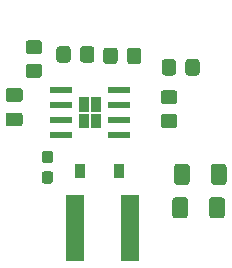
<source format=gbr>
%TF.GenerationSoftware,KiCad,Pcbnew,(5.1.8)-1*%
%TF.CreationDate,2021-05-10T11:21:08+03:00*%
%TF.ProjectId,PWR_SUB_SYS_PCB,5057525f-5355-4425-9f53-59535f504342,rev?*%
%TF.SameCoordinates,Original*%
%TF.FileFunction,Paste,Bot*%
%TF.FilePolarity,Positive*%
%FSLAX46Y46*%
G04 Gerber Fmt 4.6, Leading zero omitted, Abs format (unit mm)*
G04 Created by KiCad (PCBNEW (5.1.8)-1) date 2021-05-10 11:21:08*
%MOMM*%
%LPD*%
G01*
G04 APERTURE LIST*
%ADD10C,0.010000*%
%ADD11R,0.900000X1.200000*%
%ADD12R,1.600000X5.700000*%
%ADD13R,1.970000X0.600000*%
G04 APERTURE END LIST*
D10*
%TO.C,U4*%
G36*
X217419500Y-116690200D02*
G01*
X218189500Y-116690200D01*
X218189500Y-115570200D01*
X217419500Y-115570200D01*
X217419500Y-116690200D01*
G37*
X217419500Y-116690200D02*
X218189500Y-116690200D01*
X218189500Y-115570200D01*
X217419500Y-115570200D01*
X217419500Y-116690200D01*
G36*
X216399500Y-116690200D02*
G01*
X217169500Y-116690200D01*
X217169500Y-115570200D01*
X216399500Y-115570200D01*
X216399500Y-116690200D01*
G37*
X216399500Y-116690200D02*
X217169500Y-116690200D01*
X217169500Y-115570200D01*
X216399500Y-115570200D01*
X216399500Y-116690200D01*
G36*
X217419500Y-118060200D02*
G01*
X218189500Y-118060200D01*
X218189500Y-116940200D01*
X217419500Y-116940200D01*
X217419500Y-118060200D01*
G37*
X217419500Y-118060200D02*
X218189500Y-118060200D01*
X218189500Y-116940200D01*
X217419500Y-116940200D01*
X217419500Y-118060200D01*
G36*
X216399500Y-118060200D02*
G01*
X217169500Y-118060200D01*
X217169500Y-116940200D01*
X216399500Y-116940200D01*
X216399500Y-118060200D01*
G37*
X216399500Y-118060200D02*
X217169500Y-118060200D01*
X217169500Y-116940200D01*
X216399500Y-116940200D01*
X216399500Y-118060200D01*
%TD*%
%TO.C,C17*%
G36*
G01*
X211368700Y-118025000D02*
X210418700Y-118025000D01*
G75*
G02*
X210168700Y-117775000I0J250000D01*
G01*
X210168700Y-117100000D01*
G75*
G02*
X210418700Y-116850000I250000J0D01*
G01*
X211368700Y-116850000D01*
G75*
G02*
X211618700Y-117100000I0J-250000D01*
G01*
X211618700Y-117775000D01*
G75*
G02*
X211368700Y-118025000I-250000J0D01*
G01*
G37*
G36*
G01*
X211368700Y-115950000D02*
X210418700Y-115950000D01*
G75*
G02*
X210168700Y-115700000I0J250000D01*
G01*
X210168700Y-115025000D01*
G75*
G02*
X210418700Y-114775000I250000J0D01*
G01*
X211368700Y-114775000D01*
G75*
G02*
X211618700Y-115025000I0J-250000D01*
G01*
X211618700Y-115700000D01*
G75*
G02*
X211368700Y-115950000I-250000J0D01*
G01*
G37*
%TD*%
%TO.C,C18*%
G36*
G01*
X213475600Y-121801100D02*
X213950600Y-121801100D01*
G75*
G02*
X214188100Y-122038600I0J-237500D01*
G01*
X214188100Y-122638600D01*
G75*
G02*
X213950600Y-122876100I-237500J0D01*
G01*
X213475600Y-122876100D01*
G75*
G02*
X213238100Y-122638600I0J237500D01*
G01*
X213238100Y-122038600D01*
G75*
G02*
X213475600Y-121801100I237500J0D01*
G01*
G37*
G36*
G01*
X213475600Y-120076100D02*
X213950600Y-120076100D01*
G75*
G02*
X214188100Y-120313600I0J-237500D01*
G01*
X214188100Y-120913600D01*
G75*
G02*
X213950600Y-121151100I-237500J0D01*
G01*
X213475600Y-121151100D01*
G75*
G02*
X213238100Y-120913600I0J237500D01*
G01*
X213238100Y-120313600D01*
G75*
G02*
X213475600Y-120076100I237500J0D01*
G01*
G37*
%TD*%
%TO.C,C19*%
G36*
G01*
X224277400Y-125567801D02*
X224277400Y-124267799D01*
G75*
G02*
X224527399Y-124017800I249999J0D01*
G01*
X225352401Y-124017800D01*
G75*
G02*
X225602400Y-124267799I0J-249999D01*
G01*
X225602400Y-125567801D01*
G75*
G02*
X225352401Y-125817800I-249999J0D01*
G01*
X224527399Y-125817800D01*
G75*
G02*
X224277400Y-125567801I0J249999D01*
G01*
G37*
G36*
G01*
X227402400Y-125567801D02*
X227402400Y-124267799D01*
G75*
G02*
X227652399Y-124017800I249999J0D01*
G01*
X228477401Y-124017800D01*
G75*
G02*
X228727400Y-124267799I0J-249999D01*
G01*
X228727400Y-125567801D01*
G75*
G02*
X228477401Y-125817800I-249999J0D01*
G01*
X227652399Y-125817800D01*
G75*
G02*
X227402400Y-125567801I0J249999D01*
G01*
G37*
%TD*%
%TO.C,C20*%
G36*
G01*
X224429000Y-122735701D02*
X224429000Y-121435699D01*
G75*
G02*
X224678999Y-121185700I249999J0D01*
G01*
X225504001Y-121185700D01*
G75*
G02*
X225754000Y-121435699I0J-249999D01*
G01*
X225754000Y-122735701D01*
G75*
G02*
X225504001Y-122985700I-249999J0D01*
G01*
X224678999Y-122985700D01*
G75*
G02*
X224429000Y-122735701I0J249999D01*
G01*
G37*
G36*
G01*
X227554000Y-122735701D02*
X227554000Y-121435699D01*
G75*
G02*
X227803999Y-121185700I249999J0D01*
G01*
X228629001Y-121185700D01*
G75*
G02*
X228879000Y-121435699I0J-249999D01*
G01*
X228879000Y-122735701D01*
G75*
G02*
X228629001Y-122985700I-249999J0D01*
G01*
X227803999Y-122985700D01*
G75*
G02*
X227554000Y-122735701I0J249999D01*
G01*
G37*
%TD*%
D11*
%TO.C,D1*%
X219782700Y-121780900D03*
X216482700Y-121780900D03*
%TD*%
D12*
%TO.C,L3*%
X220724000Y-126619600D03*
X216024000Y-126619600D03*
%TD*%
%TO.C,R8*%
G36*
G01*
X214478600Y-112375701D02*
X214478600Y-111475699D01*
G75*
G02*
X214728599Y-111225700I249999J0D01*
G01*
X215428601Y-111225700D01*
G75*
G02*
X215678600Y-111475699I0J-249999D01*
G01*
X215678600Y-112375701D01*
G75*
G02*
X215428601Y-112625700I-249999J0D01*
G01*
X214728599Y-112625700D01*
G75*
G02*
X214478600Y-112375701I0J249999D01*
G01*
G37*
G36*
G01*
X216478600Y-112375701D02*
X216478600Y-111475699D01*
G75*
G02*
X216728599Y-111225700I249999J0D01*
G01*
X217428601Y-111225700D01*
G75*
G02*
X217678600Y-111475699I0J-249999D01*
G01*
X217678600Y-112375701D01*
G75*
G02*
X217428601Y-112625700I-249999J0D01*
G01*
X216728599Y-112625700D01*
G75*
G02*
X216478600Y-112375701I0J249999D01*
G01*
G37*
%TD*%
%TO.C,R9*%
G36*
G01*
X220447100Y-112502701D02*
X220447100Y-111602699D01*
G75*
G02*
X220697099Y-111352700I249999J0D01*
G01*
X221397101Y-111352700D01*
G75*
G02*
X221647100Y-111602699I0J-249999D01*
G01*
X221647100Y-112502701D01*
G75*
G02*
X221397101Y-112752700I-249999J0D01*
G01*
X220697099Y-112752700D01*
G75*
G02*
X220447100Y-112502701I0J249999D01*
G01*
G37*
G36*
G01*
X218447100Y-112502701D02*
X218447100Y-111602699D01*
G75*
G02*
X218697099Y-111352700I249999J0D01*
G01*
X219397101Y-111352700D01*
G75*
G02*
X219647100Y-111602699I0J-249999D01*
G01*
X219647100Y-112502701D01*
G75*
G02*
X219397101Y-112752700I-249999J0D01*
G01*
X218697099Y-112752700D01*
G75*
G02*
X218447100Y-112502701I0J249999D01*
G01*
G37*
%TD*%
%TO.C,R10*%
G36*
G01*
X212107399Y-112716100D02*
X213007401Y-112716100D01*
G75*
G02*
X213257400Y-112966099I0J-249999D01*
G01*
X213257400Y-113666101D01*
G75*
G02*
X213007401Y-113916100I-249999J0D01*
G01*
X212107399Y-113916100D01*
G75*
G02*
X211857400Y-113666101I0J249999D01*
G01*
X211857400Y-112966099D01*
G75*
G02*
X212107399Y-112716100I249999J0D01*
G01*
G37*
G36*
G01*
X212107399Y-110716100D02*
X213007401Y-110716100D01*
G75*
G02*
X213257400Y-110966099I0J-249999D01*
G01*
X213257400Y-111666101D01*
G75*
G02*
X213007401Y-111916100I-249999J0D01*
G01*
X212107399Y-111916100D01*
G75*
G02*
X211857400Y-111666101I0J249999D01*
G01*
X211857400Y-110966099D01*
G75*
G02*
X212107399Y-110716100I249999J0D01*
G01*
G37*
%TD*%
%TO.C,R11*%
G36*
G01*
X224450101Y-118157900D02*
X223550099Y-118157900D01*
G75*
G02*
X223300100Y-117907901I0J249999D01*
G01*
X223300100Y-117207899D01*
G75*
G02*
X223550099Y-116957900I249999J0D01*
G01*
X224450101Y-116957900D01*
G75*
G02*
X224700100Y-117207899I0J-249999D01*
G01*
X224700100Y-117907901D01*
G75*
G02*
X224450101Y-118157900I-249999J0D01*
G01*
G37*
G36*
G01*
X224450101Y-116157900D02*
X223550099Y-116157900D01*
G75*
G02*
X223300100Y-115907901I0J249999D01*
G01*
X223300100Y-115207899D01*
G75*
G02*
X223550099Y-114957900I249999J0D01*
G01*
X224450101Y-114957900D01*
G75*
G02*
X224700100Y-115207899I0J-249999D01*
G01*
X224700100Y-115907901D01*
G75*
G02*
X224450101Y-116157900I-249999J0D01*
G01*
G37*
%TD*%
%TO.C,R12*%
G36*
G01*
X225400100Y-113467901D02*
X225400100Y-112567899D01*
G75*
G02*
X225650099Y-112317900I249999J0D01*
G01*
X226350101Y-112317900D01*
G75*
G02*
X226600100Y-112567899I0J-249999D01*
G01*
X226600100Y-113467901D01*
G75*
G02*
X226350101Y-113717900I-249999J0D01*
G01*
X225650099Y-113717900D01*
G75*
G02*
X225400100Y-113467901I0J249999D01*
G01*
G37*
G36*
G01*
X223400100Y-113467901D02*
X223400100Y-112567899D01*
G75*
G02*
X223650099Y-112317900I249999J0D01*
G01*
X224350101Y-112317900D01*
G75*
G02*
X224600100Y-112567899I0J-249999D01*
G01*
X224600100Y-113467901D01*
G75*
G02*
X224350101Y-113717900I-249999J0D01*
G01*
X223650099Y-113717900D01*
G75*
G02*
X223400100Y-113467901I0J249999D01*
G01*
G37*
%TD*%
D13*
%TO.C,U4*%
X219769500Y-118720200D03*
X219769500Y-117450200D03*
X219769500Y-116180200D03*
X219769500Y-114910200D03*
X214819500Y-114910200D03*
X214819500Y-116180200D03*
X214819500Y-117450200D03*
X214819500Y-118720200D03*
%TD*%
M02*

</source>
